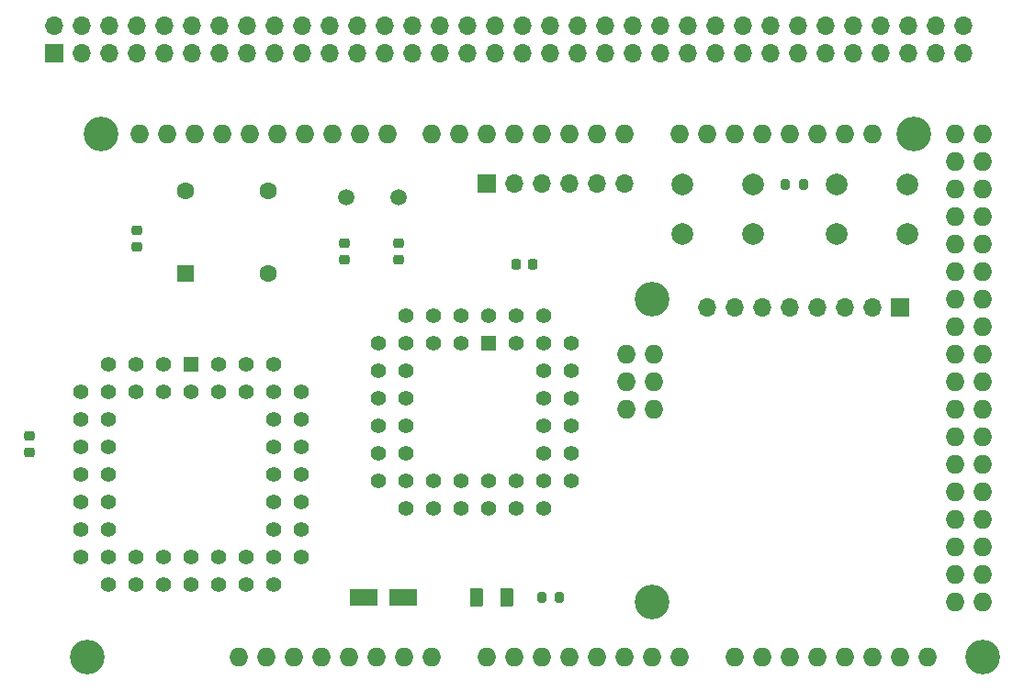
<source format=gbr>
%TF.GenerationSoftware,KiCad,Pcbnew,(6.0.2)*%
%TF.CreationDate,2022-08-12T14:47:40-07:00*%
%TF.ProjectId,Mega68k,4d656761-3638-46b2-9e6b-696361645f70,rev?*%
%TF.SameCoordinates,Original*%
%TF.FileFunction,Soldermask,Top*%
%TF.FilePolarity,Negative*%
%FSLAX46Y46*%
G04 Gerber Fmt 4.6, Leading zero omitted, Abs format (unit mm)*
G04 Created by KiCad (PCBNEW (6.0.2)) date 2022-08-12 14:47:40*
%MOMM*%
%LPD*%
G01*
G04 APERTURE LIST*
G04 Aperture macros list*
%AMRoundRect*
0 Rectangle with rounded corners*
0 $1 Rounding radius*
0 $2 $3 $4 $5 $6 $7 $8 $9 X,Y pos of 4 corners*
0 Add a 4 corners polygon primitive as box body*
4,1,4,$2,$3,$4,$5,$6,$7,$8,$9,$2,$3,0*
0 Add four circle primitives for the rounded corners*
1,1,$1+$1,$2,$3*
1,1,$1+$1,$4,$5*
1,1,$1+$1,$6,$7*
1,1,$1+$1,$8,$9*
0 Add four rect primitives between the rounded corners*
20,1,$1+$1,$2,$3,$4,$5,0*
20,1,$1+$1,$4,$5,$6,$7,0*
20,1,$1+$1,$6,$7,$8,$9,0*
20,1,$1+$1,$8,$9,$2,$3,0*%
G04 Aperture macros list end*
%ADD10RoundRect,0.250000X-1.050000X-0.550000X1.050000X-0.550000X1.050000X0.550000X-1.050000X0.550000X0*%
%ADD11RoundRect,0.225000X-0.225000X-0.250000X0.225000X-0.250000X0.225000X0.250000X-0.225000X0.250000X0*%
%ADD12RoundRect,0.225000X0.250000X-0.225000X0.250000X0.225000X-0.250000X0.225000X-0.250000X-0.225000X0*%
%ADD13C,2.000000*%
%ADD14R,1.600000X1.600000*%
%ADD15C,1.600000*%
%ADD16C,1.500000*%
%ADD17RoundRect,0.225000X-0.250000X0.225000X-0.250000X-0.225000X0.250000X-0.225000X0.250000X0.225000X0*%
%ADD18R,1.422400X1.422400*%
%ADD19C,1.422400*%
%ADD20R,1.700000X1.700000*%
%ADD21O,1.700000X1.700000*%
%ADD22C,3.200000*%
%ADD23O,1.727200X1.727200*%
%ADD24RoundRect,0.250000X-0.375000X-0.625000X0.375000X-0.625000X0.375000X0.625000X-0.375000X0.625000X0*%
%ADD25RoundRect,0.200000X-0.200000X-0.275000X0.200000X-0.275000X0.200000X0.275000X-0.200000X0.275000X0*%
%ADD26RoundRect,0.200000X0.200000X0.275000X-0.200000X0.275000X-0.200000X-0.275000X0.200000X-0.275000X0*%
G04 APERTURE END LIST*
D10*
%TO.C,C1*%
X87658800Y-103454200D03*
X91258800Y-103454200D03*
%TD*%
D11*
%TO.C,C6*%
X101688600Y-72720200D03*
X103238600Y-72720200D03*
%TD*%
D12*
%TO.C,C5*%
X90855800Y-72250600D03*
X90855800Y-70700600D03*
%TD*%
D13*
%TO.C,SW2*%
X117044400Y-65364800D03*
X123544400Y-65364800D03*
X117044400Y-69864800D03*
X123544400Y-69864800D03*
%TD*%
D14*
%TO.C,X1*%
X71221600Y-73558400D03*
D15*
X78841600Y-73558400D03*
X78841600Y-65938400D03*
X71221600Y-65938400D03*
%TD*%
D16*
%TO.C,Y1*%
X90892800Y-66522600D03*
X86012800Y-66522600D03*
%TD*%
D17*
%TO.C,C2*%
X56845200Y-88480600D03*
X56845200Y-90030600D03*
%TD*%
D18*
%TO.C,U2*%
X99136200Y-80010000D03*
D19*
X96596200Y-77470000D03*
X96596200Y-80010000D03*
X94056200Y-77470000D03*
X94056200Y-80010000D03*
X91516200Y-77470000D03*
X88976200Y-80010000D03*
X91516200Y-80010000D03*
X88976200Y-82550000D03*
X91516200Y-82550000D03*
X88976200Y-85090000D03*
X91516200Y-85090000D03*
X88976200Y-87630000D03*
X91516200Y-87630000D03*
X88976200Y-90170000D03*
X91516200Y-90170000D03*
X88976200Y-92710000D03*
X91516200Y-95250000D03*
X91516200Y-92710000D03*
X94056200Y-95250000D03*
X94056200Y-92710000D03*
X96596200Y-95250000D03*
X96596200Y-92710000D03*
X99136200Y-95250000D03*
X99136200Y-92710000D03*
X101676200Y-95250000D03*
X101676200Y-92710000D03*
X104216200Y-95250000D03*
X106756200Y-92710000D03*
X104216200Y-92710000D03*
X106756200Y-90170000D03*
X104216200Y-90170000D03*
X106756200Y-87630000D03*
X104216200Y-87630000D03*
X106756200Y-85090000D03*
X104216200Y-85090000D03*
X106756200Y-82550000D03*
X104216200Y-82550000D03*
X106756200Y-80010000D03*
X104216200Y-77470000D03*
X104216200Y-80010000D03*
X101676200Y-77470000D03*
X101676200Y-80010000D03*
X99136200Y-77470000D03*
%TD*%
D20*
%TO.C,J3*%
X137083800Y-76682600D03*
D21*
X134543800Y-76682600D03*
X132003800Y-76682600D03*
X129463800Y-76682600D03*
X126923800Y-76682600D03*
X124383800Y-76682600D03*
X121843800Y-76682600D03*
X119303800Y-76682600D03*
%TD*%
D12*
%TO.C,C4*%
X85877400Y-72250600D03*
X85877400Y-70700600D03*
%TD*%
D21*
%TO.C,J4*%
X142961200Y-50652600D03*
X142961200Y-53192600D03*
X140421200Y-50652600D03*
X140421200Y-53192600D03*
X137881200Y-50652600D03*
X137881200Y-53192600D03*
X135341200Y-50652600D03*
X135341200Y-53192600D03*
X132801200Y-50652600D03*
X132801200Y-53192600D03*
X130261200Y-50652600D03*
X130261200Y-53192600D03*
X127721200Y-50652600D03*
X127721200Y-53192600D03*
X125181200Y-50652600D03*
X125181200Y-53192600D03*
X122641200Y-50652600D03*
X122641200Y-53192600D03*
X120101200Y-50652600D03*
X120101200Y-53192600D03*
X117561200Y-50652600D03*
X117561200Y-53192600D03*
X115021200Y-50652600D03*
X115021200Y-53192600D03*
X112481200Y-50652600D03*
X112481200Y-53192600D03*
X109941200Y-50652600D03*
X109941200Y-53192600D03*
X107401200Y-50652600D03*
X107401200Y-53192600D03*
X104861200Y-50652600D03*
X104861200Y-53192600D03*
X102321200Y-50652600D03*
X102321200Y-53192600D03*
X99781200Y-50652600D03*
X99781200Y-53192600D03*
X97241200Y-50652600D03*
X97241200Y-53192600D03*
X94701200Y-50652600D03*
X94701200Y-53192600D03*
X92161200Y-50652600D03*
X92161200Y-53192600D03*
X89621200Y-50652600D03*
X89621200Y-53192600D03*
X87081200Y-50652600D03*
X87081200Y-53192600D03*
X84541200Y-50652600D03*
X84541200Y-53192600D03*
X82001200Y-50652600D03*
X82001200Y-53192600D03*
X79461200Y-50652600D03*
X79461200Y-53192600D03*
X76921200Y-50652600D03*
X76921200Y-53192600D03*
X74381200Y-50652600D03*
X74381200Y-53192600D03*
X71841200Y-50652600D03*
X71841200Y-53192600D03*
X69301200Y-50652600D03*
X69301200Y-53192600D03*
X66761200Y-50652600D03*
X66761200Y-53192600D03*
X64221200Y-50652600D03*
X64221200Y-53192600D03*
X61681200Y-50652600D03*
X61681200Y-53192600D03*
X59141200Y-50652600D03*
D20*
X59141200Y-53192600D03*
%TD*%
D18*
%TO.C,IC1*%
X71704200Y-81889600D03*
D19*
X71704200Y-84429600D03*
X69164200Y-81889600D03*
X69164200Y-84429600D03*
X66624200Y-81889600D03*
X66624200Y-84429600D03*
X64084200Y-81889600D03*
X61544200Y-84429600D03*
X64084200Y-84429600D03*
X61544200Y-86969600D03*
X64084200Y-86969600D03*
X61544200Y-89509600D03*
X64084200Y-89509600D03*
X61544200Y-92049600D03*
X64084200Y-92049600D03*
X61544200Y-94589600D03*
X64084200Y-94589600D03*
X61544200Y-97129600D03*
X64084200Y-97129600D03*
X61544200Y-99669600D03*
X64084200Y-102209600D03*
X64084200Y-99669600D03*
X66624200Y-102209600D03*
X66624200Y-99669600D03*
X69164200Y-102209600D03*
X69164200Y-99669600D03*
X71704200Y-102209600D03*
X71704200Y-99669600D03*
X74244200Y-102209600D03*
X74244200Y-99669600D03*
X76784200Y-102209600D03*
X76784200Y-99669600D03*
X79324200Y-102209600D03*
X81864200Y-99669600D03*
X79324200Y-99669600D03*
X81864200Y-97129600D03*
X79324200Y-97129600D03*
X81864200Y-94589600D03*
X79324200Y-94589600D03*
X81864200Y-92049600D03*
X79324200Y-92049600D03*
X81864200Y-89509600D03*
X79324200Y-89509600D03*
X81864200Y-86969600D03*
X79324200Y-86969600D03*
X81864200Y-84429600D03*
X79324200Y-81889600D03*
X79324200Y-84429600D03*
X76784200Y-81889600D03*
X76784200Y-84429600D03*
X74244200Y-81889600D03*
X74244200Y-84429600D03*
%TD*%
D22*
%TO.C,XA1*%
X144729200Y-108940600D03*
X138379200Y-60680600D03*
D23*
X76149200Y-108940600D03*
D22*
X114249200Y-103860600D03*
X63449200Y-60680600D03*
X62179200Y-108940600D03*
X114249200Y-75920600D03*
D23*
X83769200Y-108940600D03*
X86309200Y-108940600D03*
X114376200Y-81000600D03*
X142189200Y-60680600D03*
X144729200Y-60680600D03*
X99009200Y-108940600D03*
X101549200Y-108940600D03*
X104089200Y-108940600D03*
X106629200Y-108940600D03*
X109169200Y-108940600D03*
X111709200Y-108940600D03*
X114249200Y-108940600D03*
X116789200Y-108940600D03*
X121869200Y-108940600D03*
X124409200Y-108940600D03*
X126949200Y-108940600D03*
X129489200Y-108940600D03*
X132029200Y-108940600D03*
X134569200Y-108940600D03*
X137109200Y-108940600D03*
X139649200Y-108940600D03*
X72085200Y-60680600D03*
X111709200Y-60680600D03*
X109169200Y-60680600D03*
X106629200Y-60680600D03*
X104089200Y-60680600D03*
X101549200Y-60680600D03*
X99009200Y-60680600D03*
X96469200Y-60680600D03*
X93929200Y-60680600D03*
X89865200Y-60680600D03*
X87325200Y-60680600D03*
X84785200Y-60680600D03*
X82245200Y-60680600D03*
X79705200Y-60680600D03*
X77165200Y-60680600D03*
X116789200Y-60680600D03*
X119329200Y-60680600D03*
X121869200Y-60680600D03*
X124409200Y-60680600D03*
X126949200Y-60680600D03*
X129489200Y-60680600D03*
X132029200Y-60680600D03*
X134569200Y-60680600D03*
X142189200Y-63220600D03*
X144729200Y-63220600D03*
X142189200Y-65760600D03*
X144729200Y-65760600D03*
X142189200Y-68300600D03*
X144729200Y-68300600D03*
X142189200Y-70840600D03*
X144729200Y-70840600D03*
X142189200Y-73380600D03*
X144729200Y-73380600D03*
X142189200Y-75920600D03*
X144729200Y-75920600D03*
X142189200Y-78460600D03*
X144729200Y-78460600D03*
X142189200Y-81000600D03*
X144729200Y-81000600D03*
X142189200Y-83540600D03*
X144729200Y-83540600D03*
X142189200Y-86080600D03*
X144729200Y-86080600D03*
X142189200Y-88620600D03*
X144729200Y-88620600D03*
X142189200Y-91160600D03*
X144729200Y-91160600D03*
X142189200Y-93700600D03*
X144729200Y-93700600D03*
X142189200Y-96240600D03*
X144729200Y-96240600D03*
X142189200Y-98780600D03*
X144729200Y-98780600D03*
X142189200Y-101320600D03*
X144729200Y-101320600D03*
X74625200Y-60680600D03*
X88849200Y-108940600D03*
X91389200Y-108940600D03*
X114376200Y-86080600D03*
X142189200Y-103860600D03*
X144729200Y-103860600D03*
X78689200Y-108940600D03*
X111836200Y-81000600D03*
X114376200Y-83540600D03*
X81229200Y-108940600D03*
X111836200Y-86080600D03*
X111836200Y-83540600D03*
X67005200Y-60680600D03*
X69545200Y-60680600D03*
X93929200Y-108940600D03*
%TD*%
D24*
%TO.C,D1*%
X98041000Y-103454200D03*
X100841000Y-103454200D03*
%TD*%
D25*
%TO.C,R6*%
X126530600Y-65352200D03*
X128180600Y-65352200D03*
%TD*%
D26*
%TO.C,R1*%
X105714800Y-103428800D03*
X104064800Y-103428800D03*
%TD*%
D13*
%TO.C,SW1*%
X137741800Y-65364800D03*
X131241800Y-65364800D03*
X137741800Y-69864800D03*
X131241800Y-69864800D03*
%TD*%
D17*
%TO.C,C3*%
X66751200Y-69557600D03*
X66751200Y-71107600D03*
%TD*%
D20*
%TO.C,J5*%
X98983800Y-65227200D03*
D21*
X101523800Y-65227200D03*
X104063800Y-65227200D03*
X106603800Y-65227200D03*
X109143800Y-65227200D03*
X111683800Y-65227200D03*
%TD*%
M02*

</source>
